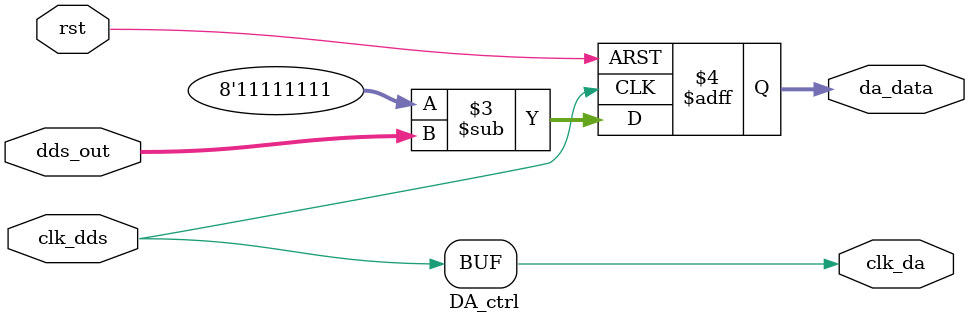
<source format=v>
module  DA_ctrl
(
    input   wire            clk_dds         ,
    input   wire            rst             ,
    input   wire    [7:0]   dds_out         ,
    output  wire            clk_da          ,
    output  reg     [7:0]   da_data 
);

assign clk_da = clk_dds;

always@(negedge clk_dds or negedge rst)
    if(!rst)
        da_data <= 8'd0;
    else
        da_data <= 8'd255 - dds_out;

endmodule
</source>
